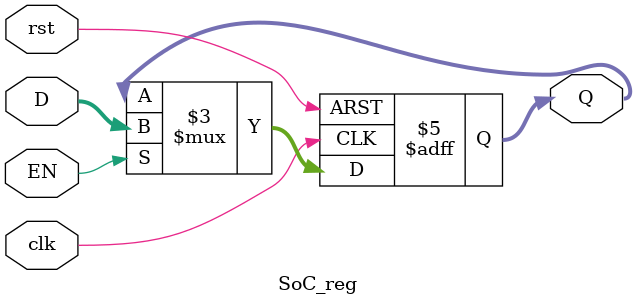
<source format=v>
module SoC_reg#(parameter width = 32)(
    input wire      clk, 
    input wire      rst,
    input wire [width - 1:0] D,
    input wire      EN,
    output reg [width - 1:0] Q
    );
    
    always@(posedge clk, posedge rst)
    begin
        if(rst)
            Q <= 0;
        else if(EN)
            Q <= D;
        else
            Q <= Q;
    end
endmodule

</source>
